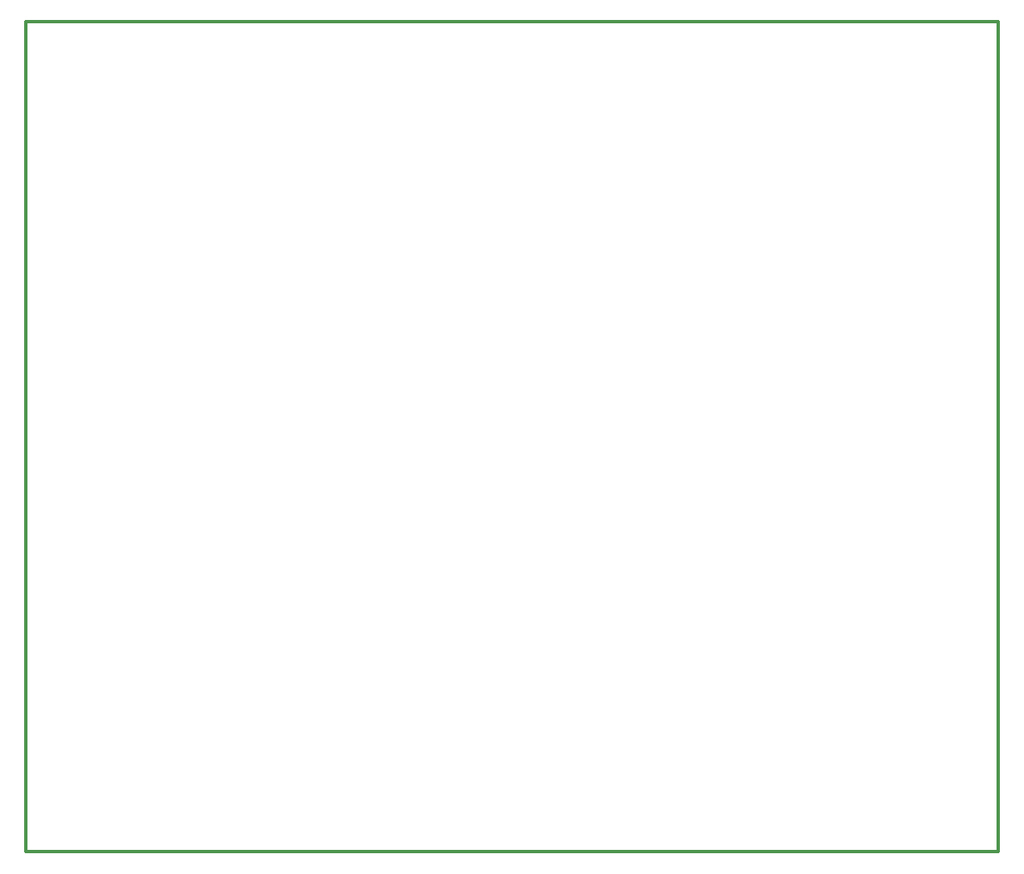
<source format=gko>
G04 This is an RS-274x file exported by *
G04 gerbv version 2.6.0 *
G04 More information is available about gerbv at *
G04 http://gerbv.gpleda.org/ *
G04 --End of header info--*
%MOIN*%
%FSLAX34Y34*%
%IPPOS*%
G04 --Define apertures--*
%ADD10C,0.0705*%
%ADD11C,0.0780*%
%ADD12C,0.0480*%
%ADD13C,0.0600*%
%ADD14C,0.0740*%
%ADD15C,0.2500*%
%ADD16C,0.0650*%
%ADD17R,0.0650X0.0650*%
%ADD18C,0.0660*%
%ADD19C,0.1000*%
%ADD20C,0.0160*%
%ADD21C,0.0320*%
%ADD22C,0.0120*%
G04 --Start main section--*
G54D22*
G01X0000320Y0033576D02*
G01X0000320Y0000320D01*
G01X0000320Y0000320D02*
G01X0039250Y0000320D01*
G01X0039250Y0000320D02*
G01X0039250Y0033576D01*
G01X0039250Y0033576D02*
G01X0000320Y0033576D01*
M02*

</source>
